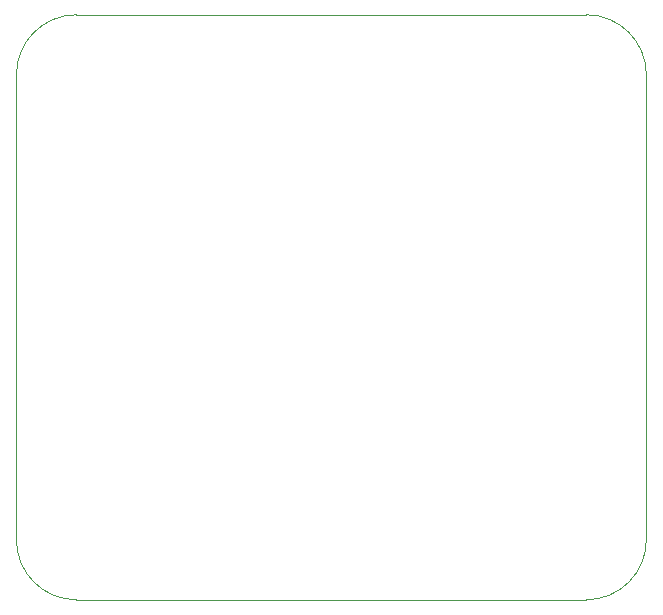
<source format=gbr>
%TF.GenerationSoftware,KiCad,Pcbnew,7.0.9-7.0.9~ubuntu20.04.1*%
%TF.CreationDate,2024-01-05T14:18:09+00:00*%
%TF.ProjectId,ESP01LEDDriver,45535030-314c-4454-9444-72697665722e,rev?*%
%TF.SameCoordinates,Original*%
%TF.FileFunction,Profile,NP*%
%FSLAX46Y46*%
G04 Gerber Fmt 4.6, Leading zero omitted, Abs format (unit mm)*
G04 Created by KiCad (PCBNEW 7.0.9-7.0.9~ubuntu20.04.1) date 2024-01-05 14:18:09*
%MOMM*%
%LPD*%
G01*
G04 APERTURE LIST*
%TA.AperFunction,Profile*%
%ADD10C,0.100000*%
%TD*%
G04 APERTURE END LIST*
D10*
X17780000Y-16510000D02*
G75*
G03*
X12700000Y-21590000I0J-5080000D01*
G01*
X17780000Y-66040000D02*
X60960000Y-66040000D01*
X12700000Y-60960000D02*
G75*
G03*
X17780000Y-66040000I5080000J0D01*
G01*
X60960000Y-66040000D02*
G75*
G03*
X66040000Y-60960000I0J5080000D01*
G01*
X60960000Y-16510000D02*
X17780000Y-16510000D01*
X66040000Y-60960000D02*
X66040000Y-21590000D01*
X12700000Y-21590000D02*
X12700000Y-60960000D01*
X66040000Y-21590000D02*
G75*
G03*
X60960000Y-16510000I-5080000J0D01*
G01*
M02*

</source>
